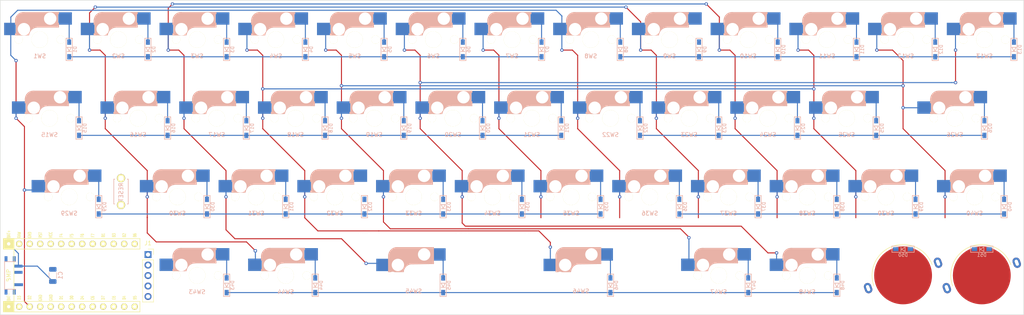
<source format=kicad_pcb>
(kicad_pcb (version 20221018) (generator pcbnew)
  (layers (0 "F.Cu" signal) (31 "B.Cu" signal) (34 "B.Paste" user) (35 "F.Paste" user) (36 "B.SilkS" user "B.Silkscreen") (37 "F.SilkS" user "F.Silkscreen") (38 "B.Mask" user) (39 "F.Mask" user) (44 "Edge.Cuts" user))
  (net 0 "")
  (net 1 "Net-(BT1-+)")
  (net 2 "GND")
  (net 3 "Net-(BT2-+)")
  (net 4 "BAT+")
  (net 5 "row0")
  (net 6 "Net-(D1-A)")
  (net 7 "Net-(D2-A)")
  (net 8 "Net-(D3-A)")
  (net 9 "Net-(D4-A)")
  (net 10 "Net-(D5-A)")
  (net 11 "Net-(D6-A)")
  (net 12 "Net-(D7-A)")
  (net 13 "row1")
  (net 14 "Net-(D8-A)")
  (net 15 "Net-(D9-A)")
  (net 16 "Net-(D10-A)")
  (net 17 "Net-(D11-A)")
  (net 18 "Net-(D12-A)")
  (net 19 "Net-(D13-A)")
  (net 20 "row2")
  (net 21 "Net-(D15-A)")
  (net 22 "Net-(D16-A)")
  (net 23 "Net-(D17-A)")
  (net 24 "Net-(D18-A)")
  (net 25 "Net-(D19-A)")
  (net 26 "Net-(D20-A)")
  (net 27 "Net-(D21-A)")
  (net 28 "row3")
  (net 29 "Net-(D22-A)")
  (net 30 "Net-(D23-A)")
  (net 31 "Net-(D24-A)")
  (net 32 "Net-(D25-A)")
  (net 33 "Net-(D26-A)")
  (net 34 "row4")
  (net 35 "Net-(D29-A)")
  (net 36 "Net-(D30-A)")
  (net 37 "Net-(D31-A)")
  (net 38 "Net-(D32-A)")
  (net 39 "Net-(D33-A)")
  (net 40 "Net-(D34-A)")
  (net 41 "Net-(D35-A)")
  (net 42 "row5")
  (net 43 "Net-(D36-A)")
  (net 44 "Net-(D37-A)")
  (net 45 "Net-(D38-A)")
  (net 46 "Net-(D39-A)")
  (net 47 "Net-(D40-A)")
  (net 48 "row6")
  (net 49 "Net-(D43-A)")
  (net 50 "Net-(D44-A)")
  (net 51 "Net-(D45-A)")
  (net 52 "Net-(D46-A)")
  (net 53 "Net-(D47-A)")
  (net 54 "Net-(D48-A)")
  (net 55 "Net-(D50-K)")
  (net 56 "SDA{slash}MOSI")
  (net 57 "SCL{slash}SCK")
  (net 58 "VCC")
  (net 59 "CS")
  (net 60 "col0")
  (net 61 "col1")
  (net 62 "col2")
  (net 63 "col3")
  (net 64 "col4")
  (net 65 "col5")
  (net 66 "col6")
  (net 68 "RST")
  (footprint "KBD_Parts:Diode_SMD" (layer "F.Cu") (at 107.15625 2.38125 90)
    (fp_text reference "D33")
    (fp_text value "diode" hide)
  )
  (footprint "KBD_Sw:CherryMX_Hotswap_1u" (layer "F.Cu") (at 157.1625 0)
    (fp_text reference "SW36")
    (fp_text value "SW_Push" hide)
  )
  (footprint "KBD_Sw:CherryMX_Hotswap_1u" (layer "F.Cu") (at 109.5375 -19.05)
    (fp_text reference "SW20")
    (fp_text value "SW_Push" hide)
  )
  (footprint "KBD_Parts:Diode_SMD" (layer "F.Cu") (at 16.66875 -35.71875 90)
    (fp_text reference "D1")
    (fp_text value "diode" hide)
  )
  (footprint "KBD_Parts:Diode_SMD" (layer "F.Cu") (at 135.73125 -16.66875 90)
    (fp_text reference "D21")
    (fp_text value "diode" hide)
  )
  (footprint "KBD_Sw:CherryMX_Hotswap_1u" (layer "F.Cu") (at 42.8625 0)
    (fp_text reference "SW30")
    (fp_text value "SW_Push" hide)
  )
  (footprint "KBD_Parts:Diode_SMD" (layer "F.Cu") (at 19.05 -16.66875 90)
    (fp_text reference "D15")
    (fp_text value "diode" hide)
  )
  (footprint "KBD_Parts:Diode_SMD" (layer "F.Cu") (at 97.63125 -16.66875 90)
    (fp_text reference "D19")
    (fp_text value "diode" hide)
  )
  (footprint "KBD_Parts:Diode_SMD" (layer "F.Cu") (at 218.44 12.7)
    (fp_text reference "D50")
    (fp_text value "D_Schottky" hide)
  )
  (footprint "KBD_Parts:Diode_SMD" (layer "F.Cu") (at 154.78125 -16.66875 90)
    (fp_text reference "D22")
    (fp_text value "diode" hide)
  )
  (footprint "KBD_Parts:Diode_SMD" (layer "F.Cu") (at 226.21875 -35.71875 90)
    (fp_text reference "D12")
    (fp_text value "diode" hide)
  )
  (footprint "KBD_Sw:CherryMX_Hotswap_1u" (layer "F.Cu") (at 71.4375 -19.05)
    (fp_text reference "SW18")
    (fp_text value "SW_Push" hide)
  )
  (footprint "KBD_Parts:Diode_SMD" (layer "F.Cu") (at 111.91875 -35.71875 90)
    (fp_text reference "D6")
    (fp_text value "diode" hide)
  )
  (footprint "KBD_Sw:CherryMX_Hotswap_1u" (layer "F.Cu") (at 52.3875 -19.05)
    (fp_text reference "SW17")
    (fp_text value "SW_Push" hide)
  )
  (footprint "KBD_Sw:CherryMX_Hotswap_1u" (layer "F.Cu") (at 85.725 -38.1)
    (fp_text reference "SW5")
    (fp_text value "SW_Push" hide)
  )
  (footprint "KBD_Parts:Diode_SMD" (layer "F.Cu") (at 69.05625 2.38125 90)
    (fp_text reference "D31")
    (fp_text value "diode" hide)
  )
  (footprint "KBD_Parts:Diode_SMD" (layer "F.Cu") (at 164.30625 2.38125 90)
    (fp_text reference "D36")
    (fp_text value "diode" hide)
  )
  (footprint "KBD_Sw:CherryMX_Hotswap_1u" (layer "F.Cu") (at 33.3375 -19.05)
    (fp_text reference "SW16")
    (fp_text value "SW_Push" hide)
  )
  (footprint "KBD_Sw:CherryMX_Hotswap_1u" (layer "F.Cu") (at 238.125 -38.1)
    (fp_text reference "SW13")
    (fp_text value "SW_Push" hide)
  )
  (footprint "KBD_Parts:Diode_SMD" (layer "F.Cu") (at 202.40625 2.38125 90)
    (fp_text reference "D38")
    (fp_text value "diode" hide)
  )
  (footprint "KBD_Parts:Diode_SMD" (layer "F.Cu") (at 126.20625 2.38125 90)
    (fp_text reference "D34")
    (fp_text value "diode" hide)
  )
  (footprint "KBD_Parts:Diode_SMD" (layer "F.Cu") (at 40.48125 -16.66875 90)
    (fp_text reference "D16")
    (fp_text value "diode" hide)
  )
  (footprint "KBD_Parts:Diode_SMD" (layer "F.Cu") (at 188.11875 -35.71875 90)
    (fp_text reference "D10")
    (fp_text value "diode" hide)
  )
  (footprint "KBD_Sw:CherryMX_Hotswap_1u" (layer "F.Cu") (at 200.025 -38.1)
    (fp_text reference "SW11")
    (fp_text value "SW_Push" hide)
  )
  (footprint "KBD_Parts:Diode_SMD" (layer "F.Cu") (at 35.71875 -35.71875 90)
    (fp_text reference "D2")
    (fp_text value "diode" hide)
  )
  (footprint "KBD_Parts:Diode_SMD" (layer "F.Cu") (at 169.06875 -35.71875 90)
    (fp_text reference "D9")
    (fp_text value "diode" hide)
  )
  (footprint "KBD_Parts:Diode_SMD" (layer "F.Cu") (at 237.49 12.7)
    (fp_text reference "D51")
    (fp_text value "D_Schottky" hide)
  )
  (footprint "KBD_Sw:CherryMX_Hotswap_1.25u" (layer "F.Cu") (at 69.05625 19.05)
    (fp_text reference "SW44")
    (fp_text value "SW_Push" hide)
  )
  (footprint "KBD_Parts:Diode_SMD" (layer "F.Cu") (at 202.40625 21.43125 90)
    (fp_text reference "D48")
    (fp_text value "diode" hide)
  )
  (footprint "KBD_Parts:Battery_ali_CR1632" (layer "F.Cu") (at 237.49 19.05 -160)
    (fp_text reference "BT2" hide)
    (fp_text value "Battery_Cell")
  )
  (footprint "KBD_Sw:CherryMX_Hotswap_1u" (layer "F.Cu") (at 195.2625 19.05)
    (fp_text reference "SW48")
    (fp_text value "SW_Push" hide)
  )
  (footprint "KBD_Parts:Diode_SMD" (layer "F.Cu") (at 54.76875 -35.71875 90)
    (fp_text reference "D3")
    (fp_text value "diode" hide)
  )
  (footprint "KBD_Sw:CherryMX_Hotswap_1u" (layer "F.Cu") (at 28.575 -38.1)
    (fp_text reference "SW2")
    (fp_text value "SW_Push" hide)
  )
  (footprint "KBD_Parts:Diode_SMD" (layer "F.Cu") (at 192.88125 -16.66875 90)
    (fp_text reference "D24")
    (fp_text value "diode" hide)
  )
  (footprint "Connector_PinSocket_2.54mm:PinSocket_1x05_P2.54mm_Vertical" (layer "F.Cu") (at 35.74375 14)
    (fp_text reference "J1")
    (fp_text value "Conn_01x05_Socket")
  )
  (footprint "KBD_Parts:Diode_SMD" (layer "F.Cu") (at 107.15625 21.43125 90)
    (fp_text reference "D45")
    (fp_text value "diode" hide)
  )
  (footprint "KBD_Parts:Diode_SMD" (layer "F.Cu") (at 211.93125 -16.66875 90)
    (fp_text reference "D25")
    (fp_text value "diode" hide)
  )
  (footprint "KBD_Sw:CherryMX_Hotswap_1u" (layer "F.Cu") (at 104.775 -38.1)
    (fp_text reference "SW6")
    (fp_text value "SW_Push" hide)
  )
  (footprint "KBD_Parts:Diode_SMD" (layer "F.Cu") (at 130.96875 -35.71875 90)
    (fp_text reference "D7")
    (fp_text value "diode" hide)
  )
  (footprint "KBD_Parts:Diode_SMD" (layer "F.Cu") (at 221.45625 2.38125 90)
    (fp_text reference "D39")
    (fp_text value "diode" hide)
  )
  (footprint "KBD_Parts:Diode_SMD" (layer "F.Cu") (at 242.8875 2.38125 90)
    (fp_text reference "D40")
    (fp_text value "diode" hide)
  )
  (footprint "KBD_Parts:Diode_SMD" (layer "F.Cu") (at 88.10625 2.38125 90)
    (fp_text reference "D32")
    (fp_text value "diode" hide)
  )
  (footprint "KBD_Sw:CherryMX_Hotswap_1u" (layer "F.Cu") (at 119.0625 0)
    (fp_text reference "SW34")
    (fp_text value "SW_Push" hide)
  )
  (footprint "KBD_Sw:CherryMX_Hotswap_2u_Rev" (layer "F.Cu") (at 100.0125 19.05 180)
    (fp_text reference "SW45")
    (fp_text value "SW_Push" hide)
  )
  (footprint "KBD_Parts:Diode_SMD" (layer "F.Cu") (at 183.35625 2.38125 90)
    (fp_text reference "D37")
    (fp_text value "diode" hide)
  )
  (footprint "KBD_Sw:CherryMX_Hotswap_1u_Small2" (layer "F.Cu") (at 9.525 -38.1)
    (fp_text reference "SW1")
    (fp_text value "SW_Push" hide)
  )
  (footprint "KBD_Sw:CherryMX_Hotswap_1u" (layer "F.Cu") (at 214.3125 0)
    (fp_text reference "SW39")
    (fp_text value "SW_Push" hide)
  )
  (footprint "KBD_Sw:CherryMX_Hotswap_1u" (layer "F.Cu") (at 147.6375 -19.05)
    (fp_text reference "SW22")
    (fp_text value "SW_Push" hide)
  )
  (footprint "KBD_Sw:CherryMX_Hotswap_1u" (layer "F.Cu") (at 142.875 -38.1)
    (fp_text reference "SW8")
    (fp_text value "SW_Push" hide)
  )
  (footprint "KBD_Parts:Diode_SMD" (layer "F.Cu") (at 50.00625 2.38125 90)
    (fp_text reference "D30")
    (fp_text value "diode" hide)
  )
  (footprint "KBD_Sw:CherryMX_Hotswap_1u" (layer "F.Cu") (at 180.975 -38.1)
    (fp_text reference "SW10")
    (fp_text value "SW_Push" hide)
  )
  (footprint "KBD_Parts:Diode_SMD" (layer "F.Cu") (at 245.26875 -35.71875 90)
    (fp_text reference "D13")
    (fp_text value "diode" hide)
  )
  (footprint "KBD_Parts:Diode_SMD" (layer "F.Cu") (at 92.86875 -35.71875 90)
    (fp_text reference "D5")
    (fp_text value "diode" hide)
  )
  (footprint "KBD_Parts:Diode_SMD" (layer "F.Cu") (at 207.16875 -35.71875 90)
    (fp_text reference "D11")
    (fp_text value "diode" hide)
  )
  (footprint "KBD_Sw:CherryMX_Hotswap_1u" (layer "F.Cu") (at 47.625 19.05)
    (fp_text reference "SW43")
    (fp_text value "SW_Push" hide)
  )
  (footprint "KBD_Parts:Diode_SMD" (layer "F.Cu") (at 238.125 -16.66875 90)
    (fp_text reference "D26")
    (fp_text value "diode" hide)
  )
  (footprint "KBD_Sw:CherryMX_Hotswap_1u" (layer "F.Cu") (at 161.925 -38.1)
    (fp_text reference "SW9")
    (fp_text value "SW_Push" hide)
  )
  (footprint "KBD_Parts:Diode_SMD" (layer "F.Cu") (at 23.8125 2.38125 90)
    (fp_text reference "D29")
    (fp_text value "diode" hide)
  )
  (footprint "KBD_Sw:CherryMX_Hotswap_1.25u" (layer "F.Cu") (at 173.83125 19.05)
    (fp_text reference "SW47")
    (fp_text value "SW_Push" hide)
  )
  (footprint "KBD_Parts:Diode_SMD" (layer "F.Cu") (at 54.76875 21.43125 90)
    (fp_text reference "D43")
    (fp_text value "diode" hide)
  )
  (footprint "KBD_Parts:Diode_SMD" (layer "F.Cu") (at 145.25625 2.38125 90)
    (fp_text reference "D35")
    (fp_text value "diode" hide)
  )
  (footprint "KBD_Parts:Diode_SMD" (layer "F.Cu") (at 73.81875 -35.71875 90)
    (fp_text reference "D4")
    (fp_text value "diode" hide)
  )
  (footprint "KBD_Parts:Diode_SMD" (layer "F.Cu") (at 180.975 21.43125 90)
    (fp_text reference "D47")
    (fp_text value "diode" hide)
  )
  (footprint "KBD_Parts:Diode_SMD" (layer "F.Cu") (at 147.6375 21.43125 90)
    (fp_text reference "D46")
    (fp_text value "diode" hide)
  )
  (footprint "KBD_Parts:Diode_SMD" (layer "F.Cu") (at 78.58125 -16.66875 90)
    (fp_text reference "D18")
    (fp_text value "diode" hide)
  )
  (footprint "KBD_Sw:CherryMX_Hotswap_1.75u" (layer "F.Cu") (at 16.66875 0)
    (fp_text reference "SW29")
    (fp_text value "SW_Push" hide)
  )
  (footprint "KBD_Sw:CherryMX_Hotswap_1.75u" (layer "F.Cu") (at 230.98125 -19.05)
    (fp_text reference "SW26")
    (fp_text value "SW_Push" hide)
  )
  (footprint "KBD_Sw:CherryMX_Hotswap_1u" (layer "F.Cu") (at 176.2125 0)
    (fp_text reference "SW37")
    (fp_text value "SW_Push" hide)
  )
  (footprint "KBD_Sw:CherryMX_Hotswap_2.25u_Rev" (layer "F.Cu") (at 140.49375 19.05 180)
    (fp_text reference "SW46")
    (fp_text value "SW_Push" hide)
  )
  (footprint "KBD_Sw:CherryMX_Hotswap_1u" (layer "F.Cu") (at 90.4875 -19.05)
    (fp_text reference "SW19")
    (fp_text value "SW_Push" hide)
  )
  (footprint "KBD_Parts:Diode_SMD" (layer "F.Cu") (at 76.2 21.43125 90)
    (fp_text reference "D44")
    (fp_text value "diode" hide)
  )
  (footprint "KBD_Sw:CherryMX_Hotswap_1u" (layer "F.Cu") (at 219.075 -38.1)
    (fp_text reference "SW12")
    (fp_text value "SW_Push" hide)
  )
  (footprint "KBD_Sw:CherryMX_Hotswap_1u" (layer "F.Cu") (at 61.9125 0)
    (fp_text reference "SW31")
    (fp_text value "SW_Push" hide)
  )
  (footprint "KBD_Sw:CherryMX_Hotswap_1u" (layer "F.Cu") (at 123.825 -38.1)
    (fp_text reference "SW7")
    (fp_text value "SW_Push" hide)
  )
  (footprint "KBD_Sw:CherryMX_Hotswap_1u" (layer "F.Cu") (at 47.625 -38.1)
    (fp_text reference "SW3")
    (fp_text value "SW_Push" hide)
  )
  (footprint "KBD_Parts:Diode_SMD" (layer "F.Cu") (at 173.83125 -16.66875 90)
    (fp_text reference "D23")
    (fp_text value "diode" hide)
  )
  (footprint "KBD_Sw:CherryMX_Hotswap_1.25u" (layer "F.Cu") (at 235.74375 0)
    (fp_text reference "SW40")
    (fp_text value "SW_Push" hide)
  )
  (footprint "KBD_Sw:CherryMX_Hotswap_1u" (layer "F.Cu") (at 100.0125 0)
    (fp_text reference "SW33")
    (fp_text value "SW_Push" hide)
  )
  (footprint "KBD_Sw:CherryMX_Hotswap_1u" (layer "F.Cu") (at 185.7375 -19.05)
    (fp_text reference "SW24")
    (fp_text value "SW_Push" hide)
  )
  (footprint "KBD_Sw:CherryMX_Hotswap_1u" (layer "F.Cu") (at 128.5875 -19.05)
    (fp_text reference "SW21")
    (fp_text value "SW_Push" hide)
  )
  (footprint "KBD_Sw:CherryMX_Hotswap_1u" (layer "F.Cu") (at 166.6875 -19.05)
    (fp_text reference "SW23")
    (fp_text value "SW_Push" hide)
  )
  (footprint "KBD_Parts:Diode_SMD" (layer "F.Cu") (at 116.68125 -16.66875 90)
    (fp_text reference "D20")
    (fp_text value "diode" hide)
  )
  (footprint "KBD_Sw:CherryMX_Hotswap_1.25u" (layer "F.Cu") (at 11.90625 -19.05)
    (fp_text reference "SW15")
    (fp_text value "SW_Push" hide)
  )
  (footprint "KBD_Sw:CherryMX_Hotswap_1u" (layer "F.Cu") (at 138.1125 0)
    (fp_text reference "SW35")
    (fp_text value "SW_Push" hide)
  )
  (footprint "KBD_Parts:Battery_ali_CR1632" (layer "F.Cu") (at 218.44 19.05 -160)
    (fp_text reference "BT1" hide)
    (fp_text value "Battery_Cell")
  )
  (footprint "KBD_Parts:Diode_SMD" (layer "F.Cu") (at 59.53125 -16.66875 90)
    (fp_text reference "D17")
    (fp_text value "diode" hide)
  )
  (footprint "KBD_Sw:CherryMX_Hotswap_1u" (layer "F.Cu") (at 80.9625 0)
    (fp_text reference "SW32")
    (fp_text value "SW_Push" hide)
  )
  (footprint "KBD_Sw:CherryMX_Hotswap_1u" (layer "F.Cu") (at 66.675 -38.1)
    (fp_text reference "SW4")
    (fp_text value "SW_Push" hide)
  )
  (footprint "KBD_Parts:Diode_SMD" (layer "F.Cu") (at 150.01875 -35.71875 90)
    (fp_text reference "D8")
    (fp_text value "diode" hide)
  )
  (footprint "KBD_Parts:Micon_BMP_7sKB" (layer "F.Cu") (at 19.05 19.05 90)
    (fp_text reference "U1" hide)
    (fp_text value "Micon_BLEMicroPro" hide)
  )
  (footprint "KBD_Sw:CherryMX_Hotswap_1u" (layer "F.Cu") (at 195.2625 0)
    (fp_text reference "SW38")
    (fp_text value "SW_Push" hide)
  )
  (footprint "KBD_Sw:CherryMX_Hotswap_1u" (layer "F.Cu") (at 204.7875 -19.05)
    (fp_text reference "SW25")
    (fp_text value "SW_Push" hide)
  )
  (footprint "KBD_Parts:ResetSW" (layer "F.Cu") (at 29.21 -1.27 -90)
    (fp_text reference "SWe" hide)
    (fp_text value "SW_Push")
  )
  (footprint "Capacitor_SMD:C_1206_3216Metric" (layer "B.Cu") (at 12.7 19.05 90)
    (fp_text reference "C1")
    (fp_text value "C")
  )
  (footprint "KBD_Parts:TGSW_MK12C02" (layer "B.Cu") (at 2.38125 19.05 90)
    (fp_text reference "SW50" hide)
    (fp_text value "SW_SPDT")
  )
  (gr_rect (start 0 -47.625) (end 247.65 28.575) (stroke (width 0.1)) (fill none) (layer "Edge.Cuts"))
  (segment (start 4.38125 16.8) (end 4.38125 13.74285) (width 0.25) (layer "B.Cu") (net 4))
  (segment (start 8.975 16.8) (end 12.7 20.525) (width 0.25) (layer "B.Cu") (net 4))
  (segment (start 4.38125 13.74285) (end 2.032 11.3936) (width 0.25) (layer "B.Cu") (net 4))
  (segment (start 4.38125 16.8) (end 8.975 16.8) (width 0.25) (layer "B.Cu") (net 4))
  (segment (start 16.66875 -33.94375) (end 130.96875 -33.94375) (width 0.25) (layer "B.Cu") (net 5))
  (segment (start 16.66875 -37.49375) (end 16.66875 -41.77625) (width 0.25) (layer "B.Cu") (net 6))
  (segment (start 16.66875 -41.77625) (end 15.225 -43.22) (width 0.25) (layer "B.Cu") (net 6))
  (segment (start 35.71875 -37.49375) (end 35.71875 -41.77625) (width 0.25) (layer "B.Cu") (net 7))
  (segment (start 35.71875 -41.77625) (end 34.275 -43.22) (width 0.25) (layer "B.Cu") (net 7))
  (segment (start 54.76875 -37.49375) (end 54.76875 -41.77625) (width 0.25) (layer "B.Cu") (net 8))
  (segment (start 54.76875 -41.77625) (end 53.325 -43.22) (width 0.25) (layer "B.Cu") (net 8))
  (segment (start 73.81875 -37.49375) (end 73.81875 -41.77625) (width 0.25) (layer "B.Cu") (net 9))
  (segment (start 73.81875 -41.77625) (end 72.375 -43.22) (width 0.25) (layer "B.Cu") (net 9))
  (segment (start 92.86875 -41.77625) (end 91.425 -43.22) (width 0.25) (layer "B.Cu") (net 10))
  (segment (start 92.86875 -37.49375) (end 92.86875 -41.77625) (width 0.25) (layer "B.Cu") (net 10))
  (segment (start 111.91875 -41.77625) (end 110.475 -43.22) (width 0.25) (layer "B.Cu") (net 11))
  (segment (start 111.91875 -37.49375) (end 111.91875 -41.77625) (width 0.25) (layer "B.Cu") (net 11))
  (segment (start 130.96875 -37.49375) (end 130.96875 -41.77625) (width 0.25) (layer "B.Cu") (net 12))
  (segment (start 130.96875 -41.77625) (end 129.525 -43.22) (width 0.25) (layer "B.Cu") (net 12))
  (segment (start 245.26875 -33.94375) (end 150.01875 -33.94375) (width 0.25) (layer "B.Cu") (net 13))
  (segment (start 150.01875 -41.77625) (end 148.575 -43.22) (width 0.25) (layer "B.Cu") (net 14))
  (segment (start 150.01875 -37.49375) (end 150.01875 -41.77625) (width 0.25) (layer "B.Cu") (net 14))
  (segment (start 188.11875 -41.77625) (end 186.675 -43.22) (width 0.25) (layer "B.Cu") (net 16))
  (segment (start 188.11875 -37.49375) (end 188.11875 -41.77625) (width 0.25) (layer "B.Cu") (net 16))
  (segment (start 205.725 -43.22) (end 207.16875 -41.77625) (width 0.25) (layer "B.Cu") (net 17))
  (segment (start 207.16875 -41.77625) (end 207.16875 -38.1) (width 0.25) (layer "B.Cu") (net 17))
  (segment (start 226.21875 -41.77625) (end 224.775 -43.22) (width 0.25) (layer "B.Cu") (net 18))
  (segment (start 226.21875 -37.49375) (end 226.21875 -41.77625) (width 0.25) (layer "B.Cu") (net 18))
  (segment (start 245.26875 -37.49375) (end 245.26875 -41.77625) (width 0.25) (layer "B.Cu") (net 19))
  (segment (start 245.26875 -41.77625) (end 243.825 -43.22) (width 0.25) (layer "B.Cu") (net 19))
  (segment (start 19.05 -14.89375) (end 135.73125 -14.89375) (width 0.25) (layer "B.Cu") (net 20))
  (segment (start 19.05 -22.72625) (end 17.60625 -24.17) (width 0.25) (layer "B.Cu") (net 21))
  (segment (start 19.05 -18.44375) (end 19.05 -22.72625) (width 0.25) (layer "B.Cu") (net 21))
  (segment (start 40.48125 -22.72625) (end 39.0375 -24.17) (width 0.25) (layer "B.Cu") (net 22))
  (segment (start 40.48125 -18.44375) (end 40.48125 -22.72625) (width 0.25) (layer "B.Cu") (net 22))
  (segment (start 59.53125 -22.72625) (end 58.0875 -24.17) (width 0.25) (layer "B.Cu") (net 23))
  (segment (start 59.53125 -18.44375) (end 59.53125 -22.72625) (width 0.25) (layer "B.Cu") (net 23))
  (segment (start 78.58125 -18.44375) (end 78.58125 -22.72625) (width 0.25) (layer "B.Cu") (net 24))
  (segment (start 78.58125 -22.72625) (end 77.1375 -24.17) (width 0.25) (layer "B.Cu") (net 24))
  (segment (start 97.63125 -22.72625) (end 96.1875 -24.17) (width 0.25) (layer "B.Cu") (net 25))
  (segment (start 97.63125 -18.44375) (end 97.63125 -22.72625) (width 0.25) (layer "B.Cu") (net 25))
  (segment (start 116.68125 -22.72625) (end 115.2375 -24.17) (width 0.25) (layer "B.Cu") (net 26))
  (segment (start 116.68125 -18.44375) (end 116.68125 -22.72625) (width 0.25) (layer "B.Cu") (net 26))
  (segment (start 135.73125 -22.72625) (end 134.2875 -24.17) (width 0.25) (layer "B.Cu") (net 27))
  (segment (start 135.73125 -18.44375) (end 135.73125 -22.72625) (width 0.25) (layer "B.Cu") (net 27))
  (segment (start 238.125 -14.89375) (end 154.78125 -14.89375) (width 0.25) (layer "B.Cu") (net 28))
  (segment (start 154.78125 -22.72625) (end 153.3375 -24.17) (width 0.25) (layer "B.Cu") (net 29))
  (segment (start 154.78125 -18.44375) (end 154.78125 -22.72625) (width 0.25) (layer "B.Cu") (net 29))
  (segment (start 173.83125 -18.44375) (end 173.83125 -22.72625) (width 0.25) (layer "B.Cu") (net 30))
  (segment (start 173.83125 -22.72625) (end 172.3875 -24.17) (width 0.25) (layer "B.Cu") (net 30))
  (segment (start 192.88125 -18.44375) (end 192.88125 -22.72625) (width 0.25) (layer "B.Cu") (net 31))
  (segment (start 192.88125 -22.72625) (end 191.4375 -24.17) (width 0.25) (layer "B.Cu") (net 31))
  (segment (start 211.93125 -22.72625) (end 210.4875 -24.17) (width 0.25) (layer "B.Cu") (net 32))
  (segment (start 211.93125 -18.44375) (end 211.93125 -22.72625) (width 0.25) (layer "B.Cu") (net 32))
  (segment (start 238.125 -18.44375) (end 238.125 -22.72625) (width 0.25) (layer "B.Cu") (net 33))
  (segment (start 238.125 -22.72625) (end 236.68125 -24.17) (width 0.25) (layer "B.Cu") (net 33))
  (segment (start 23.8125 4.15625) (end 145.25625 4.15625) (width 0.25) (layer "B.Cu") (net 34))
  (segment (start 23.8125 -3.67625) (end 22.36875 -5.12) (width 0.25) (layer "B.Cu") (net 35))
  (segment (start 23.8125 0.60625) (end 23.8125 -3.67625) (width 0.25) (layer "B.Cu") (net 35))
  (segment (start 50.00625 -3.67625) (end 48.5625 -5.12) (width 0.25) (layer "B.Cu") (net 36))
  (segment (start 50.00625 0.60625) (end 50.00625 -3.67625) (width 0.25) (layer "B.Cu") (net 36))
  (segment (start 69.05625 -3.67625) (end 67.6125 -5.12) (width 0.25) (layer "B.Cu") (net 37))
  (segment (start 69.05625 0.60625) (end 69.05625 -3.67625) (width 0.25) (layer "B.Cu") (net 37))
  (segment (start 107.15625 -3.67625) (end 105.7125 -5.12) (width 0.25) (layer "B.Cu") (net 39))
  (segment (start 107.15625 0.60625) (end 107.15625 -3.67625) (width 0.25) (layer "B.Cu") (net 39))
  (segment (start 126.20625 -3.67625) (end 124.7625 -5.12) (width 0.25) (layer "B.Cu") (net 40))
  (segment (start 126.20625 0.60625) (end 126.20625 -3.67625) (width 0.25) (layer "B.Cu") (net 40))
  (segment (start 145.25625 -3.67625) (end 143.8125 -5.12) (width 0.25) (layer "B.Cu") (net 41))
  (segment (start 145.25625 0.60625) (end 145.25625 -3.67625) (width 0.25) (layer "B.Cu") (net 41))
  (segment (start 164.30625 4.15625) (end 242.8875 4.15625) (width 0.25) (layer "B.Cu") (net 42))
  (segment (start 164.30625 -3.67625) (end 162.8625 -5.12) (width 0.25) (layer "B.Cu") (net 43))
  (segment (start 164.30625 0.60625) (end 164.30625 -3.67625) (width 0.25) (layer "B.Cu") (net 43))
  (segment (start 183.35625 0.60625) (end 183.35625 -3.67625) (width 0.25) (layer "B.Cu") (net 44))
  (segment (start 183.35625 -3.67625) (end 181.9125 -5.12) (width 0.25) (layer "B.Cu") (net 44))
  (segment (start 202.40625 0.60625) (end 202.40625 -3.67625) (width 0.25) (layer "B.Cu") (net 45))
  (segment (start 202.40625 -3.67625) (end 200.9625 -5.12) (width 0.25) (layer "B.Cu") (net 45))
  (segment (start 221.45625 -3.67625) (end 220.0125 -5.12) (width 0.25) (layer "B.Cu") (net 46))
  (segment (start 221.45625 0.60625) (end 221.45625 -3.67625) (width 0.25) (layer "B.Cu") (net 46))
  (segment (start 242.8875 -3.67625) (end 241.44375 -5.12) (width 0.25) (layer "B.Cu") (net 47))
  (segment (start 242.8875 0.60625) (end 242.8875 -3.67625) (width 0.25) (layer "B.Cu") (net 47))
  (segment (start 54.76875 23.20625) (end 202.40625 23.20625) (width 0.25) (layer "B.Cu") (net 48))
  (segment (start 54.76875 19.65625) (end 54.76875 15.37375) (width 0.25) (layer "B.Cu") (net 49))
  (segment (start 54.76875 15.37375) (end 53.325 13.93) (width 0.25) (layer "B.Cu") (net 49))
  (segment (start 76.2 15.37375) (end 74.75625 13.93) (width 0.25) (layer "B.Cu") (net 50))
  (segment (start 76.2 19.65625) (end 76.2 15.37375) (width 0.25) (layer "B.Cu") (net 50))
  (segment (start 105.6125 13.97) (end 107.15625 15.51375) (width 0.25) (layer "B.Cu") (net 51))
  (segment (start 107.15625 15.51375) (end 107.15625 19.65625) (width 0.25) (layer "B.Cu") (net 51))
  (segment (start 147.6375 19.65625) (end 147.6375 15.51375) (width 0.25) (layer "B.Cu") (net 52))
  (segment (start 147.6375 15.51375) (end 146.09375 13.97) (width 0.25) (layer "B.Cu") (net 52))
  (segment (start 180.975 15.37375) (end 179.53125 13.93) (width 0.25) (layer "B.Cu") (net 53))
  (segment (start 180.975 19.65625) (end 180.975 15.37375) (width 0.25) (layer "B.Cu") (net 53))
  (segment (start 202.40625 15.37375) (end 200.9625 13.93) (width 0.25) (layer "B.Cu") (net 54))
  (segment (start 202.40625 19.65625) (end 202.40625 15.37375) (width 0.25) (layer "B.Cu") (net 54))
  (segment (start 5.842 -1.651) (end 5.842 -17.018) (width 0.25) (layer "F.Cu") (net 60))
  (segment (start 149.86 5.08) (end 149.86 0) (width 0.25) (layer "F.Cu") (net 60))
  (segment (start 5.842 10.033) (end 5.842 9.779) (width 0.25) (layer "F.Cu") (net 60))
  (segment (start 139.7 -34.29) (end 138.43 -35.56) (width 0.25) (layer "F.Cu") (net 60))
  (segment (start 3.81 -33.02) (end 3.81 -19.05) (width 0.25) (layer "F.Cu") (net 60))
  (segment (start 7.112 26.6136) (end 5.842 25.3436) (width 0.25) (layer "F.Cu") (net 60))
  (segment (start 139.7 -16.51) (end 139.7 -19.05) (width 0.25) (layer "F.Cu") (net 60))
  (segment (start 139.7 -19.05) (end 139.7 -34.29) (width 0.25) (layer "F.Cu") (net 60))
  (segment (start 149.86 0) (end 149.86 -6.35) (width 0.25) (layer "F.Cu") (net 60))
  (segment (start 138.43 -35.56) (end 135.89 -35.56) (width 0.25) (layer "F.Cu") (net 60))
  (segment (start 5.842 -1.651) (end 5.842 10.033) (width 0.25) (layer "F.Cu") (net 60))
  (segment (start 149.86 -6.35) (end 139.7 -16.51) (width 0.25) (layer "F.Cu") (net 60))
  (segment (start 5.842 25.3436) (end 5.842 10.033) (width 0.25) (layer "F.Cu") (net 60))
  (segment (start 5.842 -17.018) (end 3.81 -19.05) (width 0.25) (layer "F.Cu") (net 60))
  (via (at 3.81 -19.05) (size 0.8) (drill 0.4) (layers "F.Cu" "B.Cu") (net 60))
  (via (at 3.81 -33.02) (size 0.8) (drill 0.4) (layers "F.Cu" "B.Cu") (net 60))
  (via (at 5.842 -1.651) (size 0.8) (drill 0.4) (layers "F.Cu" "B.Cu") (net 60))
  (via (at 139.7 -19.05) (size 0.8) (drill 0.4) (layers "F.Cu" "B.Cu") (net 60))
  (via (at 149.86 0) (size 0.8) (drill 0.4) (layers "F.Cu" "B.Cu") (net 60))
  (via (at 135.89 -35.56) (size 0.8) (drill 0.4) (layers "F.Cu" "B.Cu") (net 60))
  (segment (start 2.525 -40.68) (end 2.525 -34.305) (width 0.25) (layer "B.Cu") (net 60))
  (segment (start 139.7 -19.05) (end 139.7 -20.6925) (width 0.25) (layer "B.Cu") (net 60))
  (segment (start 2.54 -43.561) (end 2.54 -40.695) (width 0.25) (layer "B.Cu") (net 60))
  (segment (start 149.86 -2.2775) (end 150.1625 -2.58) (width 0.25) (layer "B.Cu") (net 60))
  (segment (start 135.875 -40.68) (end 135.875 -43.8) (width 0.25) (layer "B.Cu") (net 60))
  (segment (start 8.73975 -1.651) (end 9.66875 -2.58) (width 0.25) (layer "B.Cu") (net 60))
  (segment (start 135.89 -43.815) (end 134.493 -45.212) (width 0.25) (layer "B.Cu") (net 60))
  (segment (start 3.81 -20.53375) (end 3.81 -19.05) (width 0.25) (layer "B.Cu") (net 60))
  (segment (start 135.875 -40.68) (end 135.875 -35.56) (width 0.25) (layer "B.Cu") (net 60))
  (segment (start 4.191 -45.212) (end 2.54 -43.561) (width 0.25) (layer "B.Cu") (net 60))
  (segment (start 135.875 -43.8) (end 135.89 -43.815) (width 0.25) (layer "B.Cu") (net 60))
  (segment (start 2.525 -34.305) (end 3.81 -33.02) (width 0.25) (layer "B.Cu") (net 60))
  (segment (start 5.842 -1.651) (end 8.73975 -1.651) (width 0.25) (layer "B.Cu") (net 60))
  (segment (start 134.493 -45.212) (end 4.191 -45.212) (width 0.25) (layer "B.Cu") (net 60))
  (segment (start 139.7 -20.6925) (end 140.6375 -21.63) (width 0.25) (layer "B.Cu") (net 60))
  (segment (start 149.86 0) (end 149.86 -2.2775) (width 0.25) (layer "B.Cu") (net 60))
  (segment (start 2.54 -40.695) (end 2.525 -40.68) (width 0.25) (layer "B.Cu") (net 60))
  (segment (start 4.90625 -21.63) (end 3.81 -20.53375) (width 0.25) (layer "B.Cu") (net 60))
  (segment (start 168.91 -6.35) (end 158.75 -16.51) (width 0.25) (layer "F.Cu") (net 61))
  (segment (start 158.75 -16.51) (end 158.75 -19.05) (width 0.25) (layer "F.Cu") (net 61))
  (segment (start 59.563 10.922) (end 37.719 10.922) (width 0.25) (layer "F.Cu") (net 61))
  (segment (start 35.56 4.953) (end 35.56 5.08) (width 0.25) (layer "F.Cu") (net 61))
  (segment (start 24.13 -35.56) (end 25.4 -34.29) (width 0.25) (layer "F.Cu") (net 61))
  (segment (start 151.384 -45.974) (end 154.94 -42.418) (width 0.25) (layer "F.Cu") (net 61))
  (segment (start 154.94 -42.418) (end 154.94 -35.56) (width 0.25) (layer "F.Cu") (net 61))
  (segment (start 168.91 0) (end 168.91 -6.35) (width 0.25) (layer "F.Cu") (net 61))
  (segment (start 157.48 -35.56) (end 154.94 -35.56) (width 0.25) (layer "F.Cu") (net 61))
  (segment (start 35.56 8.763) (end 35.56 4.953) (width 0.25) (layer "F.Cu") (net 61))
  (segment (start 21.59 -35.56) (end 21.59 -44.577) (width 0.25) (layer "F.Cu") (net 61))
  (segment (start 24.13 -35.56) (end 21.59 -35.56) (width 0.25) (layer "F.Cu") (net 61))
  (segment (start 35.56 -6.35) (end 35.56 0) (width 0.25) (layer "F.Cu") (net 61))
  (segment (start 158.75 -34.29) (end 157.48 -35.56) (width 0.25) (layer "F.Cu") (net 61))
  (segment (start 168.91 5.08) (end 168.91 0) (width 0.25) (layer "F.Cu") (net 61))
  (segment (start 25.4 -19.05) (end 25.4 -34.29) (width 0.25) (layer "F.Cu") (net 61))
  (segment (start 37.719 10.922) (end 35.56 8.763) (width 0.25) (layer "F.Cu") (net 61))
  (segment (start 25.4 -16.51) (end 35.56 -6.35) (width 0.25) (layer "F.Cu") (net 61))
  (segment (start 61.722 13.081) (end 59.563 10.922) (width 0.25) (layer "F.Cu") (net 61))
  (segment (start 25.4 -19.05) (end 25.4 -16.51) (width 0.25) (layer "F.Cu") (net 61))
  (segment (start 21.59 -44.577) (end 22.987 -45.974) (width 0.25) (layer "F.Cu") (net 61))
  (segment (start 35.56 0) (end 35.56 4.953) (width 0.25) (layer "F.Cu") (net 61))
  (segment (start 158.75 -19.05) (end 158.75 -34.29) (width 0.25) (layer "F.Cu") (net 61))
  (via (at 168.91 0) (size 0.8) (drill 0.4) (layers "F.Cu" "B.Cu") (net 61))
  (via (at 154.94 -35.56) (size 0.8) (drill 0.4) (layers "F.Cu" "B.Cu") (net 61))
  (via (at 151.384 -45.974) (size 0.8) (drill 0.4) (layers "F.Cu" "B.Cu") (net 61))
  (via (at 61.722 13.081) (size 0.8) (drill 0.4) (layers "F.Cu" "B.Cu") (net 61))
  (via (at 22.987 -45.974) (size 0.8) (drill 0.4) (layers "F.Cu" "B.Cu") (net 61))
  (via (at 25.4 -19.05) (size 0.8) (drill 0.4) (layers "F.Cu" "B.Cu") (net 61))
  (via (at 61.722 13.081) (size 0.8) (drill 0.4) (layers "F.Cu" "B.Cu") (net 61))
  (via (at 35.56 0) (size 0.8) (drill 0.4) (layers "F.Cu" "B.Cu") (net 61))
  (via (at 21.59 -35.56) (size 0.8) (drill 0.4) (layers "F.Cu" "B.Cu") (net 61))
  (via (at 158.75 -19.05) (size 0.8) (drill 0.4) (layers "F.Cu" "B.Cu") (net 61))
  (segment (start 25.4 -20.6925) (end 25.4 -19.05) (width 0.25) (layer "B.Cu") (net 61))
  (segment (start 26.3375 -21.63) (end 25.4 -20.6925) (width 0.25) (layer "B.Cu") (net 61))
  (segment (start 158.75 -19.05) (end 158.75 -20.6925) (width 0.25) (layer "B.Cu") (net 61))
  (segment (start 35.8625 -1.5725) (end 35.56 -1.27) (width 0.25) (layer "B.Cu") (net 61))
  (segment (start 61.722 16.13575) (end 62.05625 16.47) (width 0.25) (layer "B.Cu") (net 61))
  (segment (start 168.91 -2.2775) (end 169.2125 -2.58) (width 0.25) (layer "B.Cu") (net 61))
  (segment (start 61.722 13.081) (end 61.722 16.13575) (width 0.25) (layer "B.Cu") (net 61))
  (segment (start 35.8625 -2.58) (end 35.8625 -1.5725) (width 0.25) (layer "B.Cu") (net 61))
  (segment (start 21.575 -35.56) (end 21.59 -35.56) (width 0.25) (layer "B.Cu") (net 61))
  (segment (start 35.56 -1.27) (end 35.56 0) (width 0.25) (layer "B.Cu") (net 61))
  (segment (start 22.987 -45.974) (end 151.384 -45.974) (width 0.25) (layer "B.Cu") (net 61))
  (segment (start 168.91 0) (end 168.91 -2.2775) (width 0.25) (layer "B.Cu") (net 61))
  (segment (start 21.575 -40.68) (end 21.575 -35.56) (width 0.25) (layer "B.Cu") (net 61))
  (segment (start 154.925 -40.68) (end 154.925 -35.56) (width 0.25) (layer "B.Cu") (net 61))
  (segment (start 158.75 -20.6925) (end 159.6875 -21.63) (width 0.25) (layer "B.Cu") (net 61))
  (segment (start 173.99 -43.561) (end 173.99 -35.56) (width 0.25) (layer "F.Cu") (net 62))
  (segment (start 54.61 8.001) (end 56.769 10.16) (width 0.25) (layer "F.Cu") (net 62))
  (segment (start 177.8 -19.05) (end 177.8 -34.29) (width 0.25) (layer "F.Cu") (net 62))
  (segment (start 177.8 -34.29) (end 176.53 -35.56) (width 0.25) (layer "F.Cu") (net 62))
  (segment (start 54.61 -6.35) (end 54.61 0) (width 0.25) (layer "F.Cu") (net 62))
  (segment (start 44.45 -19.05) (end 44.45 -16.51) (width 0.25) (layer "F.Cu") (net 62))
  (segment (start 43.18 -35.56) (end 44.45 -34.29) (width 0.25) (layer "F.Cu") (net 62))
  (segment (start 40.64 -45.72) (end 41.656 -46.736) (width 0.25) (layer "F.Cu") (net 62))
  (segment (start 170.815 -46.736) (end 173.99 -43.561) (width 0.25) (layer "F.Cu") (net 62))
  (segment (start 44.45 -34.29) (end 44.45 -19.05) (width 0.25) (layer "F.Cu") (net 62))
  (segment (start 56.769 10.16) (end 82.567008 10.16) (width 0.25) (layer "F.Cu") (net 62))
  (segment (start 187.96 -6.35) (end 177.8 -16.51) (width 0.25) (layer "F.Cu") (net 62))
  (segment (start 54.61 5.08) (end 54.61 8.001) (width 0.25) (layer "F.Cu") (net 62))
  (segment (start 187.96 0) (end 187.96 -6.35) (width 0.25) (layer "F.Cu") (net 62))
  (segment (start 82.829759 10.422751) (end 88.519 16.111992) (width 0.25) (layer "F.Cu") (net 62))
  (segment (start 176.53 -35.56) (end 173.99 -35.56) (width 0.25) (layer "F.Cu") (net 62))
  (segment (start 40.64 -35.56) (end 40.64 -45.72) (width 0.25) (layer "F.Cu") (net 62))
  (segment (start 177.8 -16.51) (end 177.8 -19.05) (width 0.25) (layer "F.Cu") (net 62))
  (segment (start 88.519 16.111992) (end 88.519 16.129) (width 0.25) (layer "F.Cu") (net 62))
  (segment (start 82.567008 10.16) (end 82.829759 10.422751) (width 0.25) (layer "F.Cu") (net 62))
  (segment (start 54.61 0) (end 54.61 5.08) (width 0.25) (layer "F.Cu") (net 62))
  (segment (start 40.64 -35.56) (end 43.18 -35.56) (width 0.25) (layer "F.Cu") (net 62))
  (segment (start 44.45 -16.51) (end 54.61 -6.35) (width 0.25) (layer "F.Cu") (net 62))
  (segment (start 187.96 5.08) (end 187.96 0) (width 0.25) (layer "F.Cu") (net 62))
  (via (at 54.61 0) (size 0.8) (drill 0.4) (layers "F.Cu" "B.Cu") (net 62))
  (via (at 173.99 -35.56) (size 0.8) (drill 0.4) (layers "F.Cu" "B.Cu") (net 62))
  (via (at 177.8 -19.05) (size 0.8) (drill 0.4) (layers "F.Cu" "B.Cu") (net 62))
  (via (at 88.519 16.129) (size 0.8) (drill 0.4) (layers "F.Cu" "B.Cu") (net 62))
  (via (at 40.64 -35.56) (size 0.8) (drill 0.4) (layers "F.Cu" "B.Cu") (net 62))
  (via (at 41.656 -46.736) (size 0.8) (drill 0.4) (layers "F.Cu" "B.Cu") (net 62))
  (via (at 187.96 0) (size 0.8) (drill 0.4) (layers "F.Cu" "B.Cu") (net 62))
  (via (at 170.815 -46.736) (size 0.8) (drill 0.4) (layers "F.Cu" "B.Cu") (net 62))
  (via (at 44.45 -19.05) (size 0.8) (drill 0.4) (layers "F.Cu" "B.Cu") (net 62))
  (segment (start 54.61 0) (end 54.61 -2.2775) (width 0.25) (layer "B.Cu") (net 62))
  (segment (start 44.45 -20.6925) (end 45.3875 -21.63) (width 0.25) (layer "B.Cu") (net 62))
  (segment (start 92.7315 16.129) (end 93.1125 16.51) (width 0.25) (layer "B.Cu") (net 62))
  (segment (start 41.656 -46.736) (end 170.815 -46.736) (width 0.25) (layer "B.Cu") (net 62))
  (segment (start 54.61 -2.2775) (end 54.9125 -2.58) (width 0.25) (layer "B.Cu") (net 62))
  (segment (start 187.96 -2.2775) (end 188.2625 -2.58) (width 0.25) (layer "B.Cu") (net 62))
  (segment (start 44.45 -19.05) (end 44.45 -20.6925) (width 0.25) (layer "B.Cu") (net 62))
  (segment (start 187.96 0) (end 187.96 -2.2775) (width 0.25) (layer "B.Cu") (net 62))
  (segment (start 177.8 -19.05) (end 177.8 -20.6925) (width 0.25) (layer "B.Cu") (net 62))
  (segment (start 177.8 -20.6925) (end 178.7375 -21.63) (width 0.25) (layer "B.Cu") (net 62))
  (segment (start 173.975 -40.68) (end 173.975 -35.56) (width 0.25) (layer "B.Cu") (net 62))
  (segment (start 88.519 16.129) (end 92.7315 16.129) (width 0.25) (layer "B.Cu") (net 62))
  (segment (start 40.625 -40.68) (end 40.625 -35.56) (width 0.25) (layer "B.Cu") (net 62))
  (segment (start 196.85 -19.05) (end 196.85 -26.162) (width 0.25) (layer "F.Cu") (net 63))
  (segment (start 196.85 -16.51) (end 196.85 -19.05) (width 0.25) (layer "F.Cu") (net 63))
  (segment (start 73.66 5.08) (end 73.66 0) (width 0.25) (layer "F.Cu") (net 63))
  (segment (start 133.096 11.049) (end 133.096 12.192) (width 0.25) (layer "F.Cu") (net 63))
  (segment (start 76.835 8.255) (end 91.567 8.255) (width 0.25) (layer "F.Cu") (net 63))
  (segment (start 207.01 -6.35) (end 196.85 -16.51) (width 0.25) (layer "F.Cu") (net 63))
  (segment (start 73.66 0) (end 73.66 -6.35) (width 0.25) (layer "F.Cu") (net 63))
  (segment (start 62.23 -35.56) (end 59.69 -35.56) (width 0.25) (layer "F.Cu") (net 63))
  (segment (start 73.66 5.08) (end 76.835 8.255) (width 0.25) (layer "F.Cu") (net 63))
  (segment (start 130.429 8.382) (end 133.096 11.049) (width 0.25) (layer "F.Cu") (net 63))
  (segment (start 63.5 -19.05) (end 63.5 -26.162) (width 0.25) (layer "F.Cu") (net 63))
  (segment (start 63.5 -16.51) (end 63.5 -19.05) (width 0.25) (layer "F.Cu") (net 63))
  (segment (start 207.01 0) (end 207.01 -6.35) (width 0.25) (layer "F.Cu") (net 63))
  (segment (start 73.66 -6.35) (end 63.5 -16.51) (width 0.25) (layer "F.Cu") (net 63))
  (segment (start 196.85 -34.29) (end 195.58 -35.56) (width 0.25) (layer "F.Cu") (net 63))
  (segment (start 63.5 -34.29) (end 62.23 -35.56) (width 0.25) (layer "F.Cu") (net 63))
  (segment (start 63.5 -26.162) (end 63.5 -34.29) (width 0.25) (layer "F.Cu") (net 63))
  (segment (start 207.01 5.08) (end 207.01 0) (width 0.25) (layer "F.Cu") (net 63))
  (segment (start 196.85 -26.162) (end 196.85 -34.29) (width 0.25) (layer "F.Cu") (net 63))
  (segment (start 130.302 8.255) (end 130.429 8.382) (width 0.25) (layer "F.Cu") (net 63))
  (segment (start 91.567 8.255) (end 130.302 8.255) (width 0.25) (layer "F.Cu") (net 63))
  (segment (start 195.58 -35.56) (end 193.04 -35.56) (width 0.25) (layer "F.Cu") (net 63))
  (via (at 133.096 12.192) (size 0.8) (drill 0.4) (layers "F.Cu" "B.Cu") (net 63))
  (via (at 196.85 -26.162) (size 0.8) (drill 0.4) (layers "F.Cu" "B.Cu") (net 63))
  (via (at 63.5 -19.05) (size 0.8) (drill 0.4) (layers "F.Cu" "B.Cu") (net 63))
  (via (at 59.69 -35.56) (size 0.8) (drill 0.4) (layers "F.Cu" "B.Cu") (net 63))
  (via (at 193.04 -35.56) (size 0.8) (drill 0.4) (layers "F.Cu" "B.Cu") (net 63))
  (via (at 207.01 0) (size 0.8) (drill 0.4) (layers "F.Cu" "B.Cu") (net 63))
  (via (at 63.5 -26.162) (size 0.8) (drill 0.4) (layers "F.Cu" "B.Cu") (net 63))
  (via (at 196.85 -19.05) (size 0.8) (drill 0.4) (layers "F.Cu" "B.Cu") (net 63))
  (via (at 73.66 0) (size 0.8) (drill 0.4) (layers "F.Cu" "B.Cu") (net 63))
  (segment (start 63.5 -19.05) (end 63.5 -20.6925) (width 0.25) (layer "B.Cu") (net 63))
  (segment (start 133.096 16.01225) (end 133.59375 16.51) (width 0.25) (layer "B.Cu") (net 63))
  (segment (start 73.66 -2.2775) (end 73.9625 -2.58) (width 0.25) (layer "B.Cu") (net 63))
  (segment (start 73.66 0) (end 73.66 -2.2775) (width 0.25) (layer "B.Cu") (net 63))
  (segment (start 59.675 -40.68) (end 59.675 -35.56) (width 0.25) (layer "B.Cu") (net 63))
  (segment (start 207.01 -2.2775) (end 207.3125 -2.58) (width 0.25) (layer "B.Cu") (net 63))
  (segment (start 196.85 -20.6925) (end 197.7875 -21.63) (width 0.25) (layer "B.Cu") (net 63))
  (segment (start 63.5 -20.6925) (end 64.4375 -21.63) (width 0.25) (layer "B.Cu") (net 63))
  (segment (start 193.025 -40.68) (end 193.025 -35.56) (width 0.25) (layer "B.Cu") (net 63))
  (segment (start 196.85 -19.05) (end 196.85 -20.6925) (width 0.25) (layer "B.Cu") (net 63))
  (segment (start 207.01 0) (end 207.01 -2.2775) (width 0.25) (layer "B.Cu") (net 63))
  (segment (start 133.096 12.192) (end 133.096 16.01225) (width 0.25) (layer "B.Cu") (net 63))
  (segment (start 63.5 -26.162) (end 196.85 -26.162) (width 0.25) (layer "B.Cu") (net 63))
  (segment (start 82.55 -19.05) (end 82.55 -16.51) (width 0.25) (layer "F.Cu") (net 64))
  (segment (start 94.361 7.747) (end 113.284 7.747) (width 0.25) (layer "F.Cu") (net 64))
  (segment (start 218.44 -33.02) (end 215.9 -35.56) (width 0.25) (layer "F.Cu") (net 64))
  (segment (start 81.28 -35.56) (end 82.55 -34.29) (width 0.25) (layer "F.Cu") (net 64))
  (segment (start 92.71 5.08) (end 92.71 6.096) (width 0.25) (layer "F.Cu") (net 64))
  (segment (start 166.624 9.789179) (end 166.624 9.906) (width 0.25) (layer "F.Cu") (net 64))
  (segment (start 215.9 -35.56) (end 212.09 -35.56) (width 0.25) (layer "F.Cu") (net 64))
  (segment (start 218.44 -33.02) (end 218.44 -26.924) (width 0.25) (layer "F.Cu") (net 64))
  (segment (start 92.71 -6.35) (end 92.71 0) (width 0.25) (layer "F.Cu") (net 64))
  (segment (start 82.55 -34.29) (end 82.55 -19.05) (width 0.25) (layer "F.Cu") (net 64))
  (segment (start 218.44 -21.59) (end 218.44 -16.51) (width 0.25) (layer "F.Cu") (net 64))
  (segment (start 92.71 0) (end 92.71 5.08) (width 0.25) (layer "F.Cu") (net 64))
  (segment (start 218.44 -26.924) (end 218.44 -21.59) (width 0.25) (layer "F.Cu") (net 64))
  (segment (start 113.284 7.747) (end 164.581821 7.747) (width 0.25) (layer "F.Cu") (net 64))
  (segment (start 78.74 -35.56) (end 81.28 -35.56) (width 0.25) (layer "F.Cu") (net 64))
  (segment (start 164.581821 7.747) (end 166.624 9.789179) (width 0.25) (layer "F.Cu") (net 64))
  (segment (start 92.71 6.096) (end 94.361 7.747) (width 0.25) (layer "F.Cu") (net 64))
  (segment (start 86.36 -12.7) (end 92.71 -6.35) (width 0.25) (layer "F.Cu") (net 64))
  (segment (start 218.44 -16.51) (end 228.6 -6.35) (width 0.25) (layer "F.Cu") (net 64))
  (segment (start 228.6 -6.35) (end 228.6 0) (width 0.25) (layer "F.Cu") (net 64))
  (segment (start 228.6 0) (end 228.6 5.08) (width 0.25) (layer "F.Cu") (net 64))
  (segment (start 82.55 -16.51) (end 86.36 -12.7) (width 0.25) (layer "F.Cu") (net 64))
  (via (at 78.74 -35.56) (size 0.8) (drill 0.4) (layers "F.Cu" "B.Cu") (net 64))
  (via (at 92.71 0) (size 0.8) (drill 0.4) (layers "F.Cu" "B.Cu") (net 64))
  (via (at 166.624 9.906) (size 0.8) (drill 0.4) (layers "F.Cu" "B.Cu") (net 64))
  (via (at 218.44 -26.924) (size 0.8) (drill 0.4) (layers "F.Cu" "B.Cu") (net 64))
  (via (at 82.55 -19.05) (size 0.8) (drill 0.4) (layers "F.Cu" "B.Cu") (net 64))
  (via (at 82.55 -26.924) (size 0.8) (drill 0.4) (layers "F.Cu" "B.Cu") (net 64))
  (via (at 228.6 0) (size 0.8) (drill 0.4) (layers "F.Cu" "B.Cu") (net 64))
  (via (at 212.09 -35.56) (size 0.8) (drill 0.4) (layers "F.Cu" "B.Cu") (net 64))
  (via (at 218.44 -21.59) (size 0.8) (drill 0.4) (layers "F.Cu" "B.Cu") (net 64))
  (segment (start 228.6 0) (end 228.6 -2.43625) (width 0.25) (layer "B.Cu") (net 64))
  (segment (start 223.94125 -21.59) (end 223.98125 -21.63) (width 0.25) (layer "B.Cu") (net 64))
  (segment (start 166.624 9.906) (end 166.624 16.26275) (width 0.25) (layer "B.Cu") (net 64))
  (segment (start 92.71 0) (end 92.71 -2.2775) (width 0.25) (layer "B.Cu") (net 64))
  (segment (start 92.71 -2.2775) (end 93.0125 -2.58) (width 0.25) (layer "B.Cu") (net 64))
  (segment (start 218.44 -21.59) (end 223.94125 -21.59) (width 0.25) (layer "B.Cu") (net 64))
  (segment (start 78.725 -40.68) (end 78.725 -35.56) (width 0.25) (layer "B.Cu") (net 64))
  (segment (start 82.55 -19.05) (end 82.55 -20.6925) (width 0.25) (layer "B.Cu") (net 64))
  (segment (start 82.55 -26.924) (end 218.44 -26.924) (width 0.25) (layer "B.Cu") (net 64))
  (segment (start 212.075 -40.68) (end 212.075 -35.56) (width 0.25) (layer "B.Cu") (net 64))
  (segment (start 166.624 16.26275) (end 166.83125 16.47) (width 0.25) (layer "B.Cu") (net 64))
  (segment (start 82.55 -20.6925) (end 83.4875 -21.63) (width 0.25) (layer "B.Cu") (net 64))
  (segment (start 228.6 -2.43625) (end 228.74375 -2.58) (width 0.25) (layer "B.Cu") (net 64))
  (segment (start 231.14 -27.686) (end 231.14 -35.56) (width 0.25) (layer "F.Cu") (net 65))
  (segment (start 111.76 6.35) (end 112.522 7.112) (width 0.25) (layer "F.Cu") (net 65))
  (segment (start 111.76 0) (end 111.76 -6.35) (width 0.25) (layer "F.Cu") (net 65))
  (segment (start 101.6 -34.29) (end 100.33 -35.56) (width 0.25) (layer "F.Cu") (net 65))
  (segment (start 101.6 -19.05) (end 101.6 -27.686) (width 0.25) (layer "F.Cu") (net 65))
  (segment (start 100.33 -35.56) (end 97.79 -35.56) (width 0.25) (layer "F.Cu") (net 65))
  (segment (start 179.269112 7.112) (end 185.746112 13.589) (width 0.25) (layer "F.Cu") (net 65))
  (segment (start 101.6 -27.686) (end 101.6 -34.29) (width 0.25) (layer "F.Cu") (net 65))
  (segment (start 185.746112 13.589) (end 187.833 13.589) (width 0.25) (layer "F.Cu") (net 65))
  (segment (start 111.76 -6.35) (end 101.6 -16.51) (width 0.25) (layer "F.Cu") (net 65))
  (segment (start 111.76 0) (end 111.76 6.35) (width 0.25) (layer "F.Cu") (net 65))
  (segment (start 101.6 -16.51) (end 101.6 -19.05) (width 0.25) (layer "F.Cu") (net 65))
  (segment (start 112.522 7.112) (end 179.269112 7.112) (width 0.25) (layer "F.Cu") (net 65))
  (via (at 97.79 -35.56) (size 0.8) (drill 0.4) (layers "F.Cu" "B.Cu") (net 65))
  (via (at 101.6 -27.686) (size 0.8) (drill 0.4) (layers "F.Cu" "B.Cu") (net 65))
  (via (at 111.76 0) (size 0.8) (drill 0.4) (layers "F.Cu" "B.Cu") (net 65))
  (via (at 231.14 -27.686) (size 0.8) (drill 0.4) (layers "F.Cu" "B.Cu") (net 65))
  (via (at 101.6 -19.05) (size 0.8) (drill 0.4) (layers "F.Cu" "B.Cu") (net 65))
  (via (at 187.833 13.589) (size 0.8) (drill 0.4) (layers "F.Cu" "B.Cu") (net 65))
  (via (at 231.14 -35.56) (size 0.8) (drill 0.4) (layers "F.Cu" "B.Cu") (net 65))
  (segment (start 101.6 -27.686) (end 230.124 -27.686) (width 0.25) (layer "B.Cu") (net 65))
  (segment (start 111.76 -2.2775) (end 112.0625 -2.58) (width 0.25) (layer "B.Cu") (net 65))
  (segment (start 101.6 -20.6925) (end 102.5375 -21.63) (width 0.25) (layer "B.Cu") (net 65))
  (segment (start 111.76 0) (end 111.76 -2.2775) (width 0.25) (layer "B.Cu") (net 65))
  (segment (start 230.124 -27.686) (end 231.14 -27.686) (width 0.25) (layer "B.Cu") (net 65))
  (segment (start 187.833 13.589) (end 187.833 16.0405) (width 0.25) (layer "B.Cu") (net 65))
  (segment (start 187.833 16.0405) (end 188.2625 16.47) (width 0.25) (layer "B.Cu") (net 65))
  (segment (start 101.6 -19.05) (end 101.6 -20.6925) (width 0.25) (layer "B.Cu") (net 65))
  (segment (start 97.775 -40.68) (end 97.775 -35.56) (width 0.25) (layer "B.Cu") (net 65))
  (segment (start 231.125 -40.68) (end 231.125 -35.56) (width 0.25) (layer "B.Cu") (net 65))
  (segment (start 119.38 -35.56) (end 116.84 -35.56) (width 0.25) (layer "F.Cu") (net 66))
  (segment (start 130.81 -6.35) (end 130.81 0) (width 0.25) (layer "F.Cu") (net 66))
  (segment (start 120.65 -34.29) (end 119.38 -35.56) (width 0.25) (layer "F.Cu") (net 66))
  (segment (start 130.81 0) (end 130.81 5.08) (width 0.25) (layer "F.Cu") (net 66))
  (segment (start 120.65 -16.51) (end 130.81 -6.35) (width 0.25) (layer "F.Cu") (net 66))
  (segment (start 120.65 -33.02) (end 120.65 -34.29) (width 0.25) (layer "F.Cu") (net 66))
  (segment (start 120.65 -33.02) (end 120.65 -19.05) (width 0.25) (layer "F.Cu") (net 66))
  (segment (start 120.65 -19.05) (end 120.65 -16.51) (width 0.25) (layer "F.Cu") (net 66))
  (via (at 120.65 -19.05) (size 0.8) (drill 0.4) (layers "F.Cu" "B.Cu") (net 66))
  (via (at 116.84 -35.56) (size 0.8) (drill 0.4) (layers "F.Cu" "B.Cu") (net 66))
  (via (at 130.81 0) (size 0.8) (drill 0.4) (layers "F.Cu" "B.Cu") (net 66))
  (segment (start 120.65 -19.05) (end 120.65 -20.6925) (width 0.25) (layer "B.Cu") (net 66))
  (segment (start 130.81 0) (end 130.81 -2.2775) (width 0.25) (layer "B.Cu") (net 66))
  (segment (start 130.81 -2.2775) (end 131.1125 -2.58) (width 0.25) (layer "B.Cu") (net 66))
  (segment (start 120.65 -20.6925) (end 121.5875 -21.63) (width 0.25) (layer "B.Cu") (net 66))
  (segment (start 116.825 -40.68) (end 116.825 -35.56) (width 0.25) (layer "B.Cu") (net 66))
)
</source>
